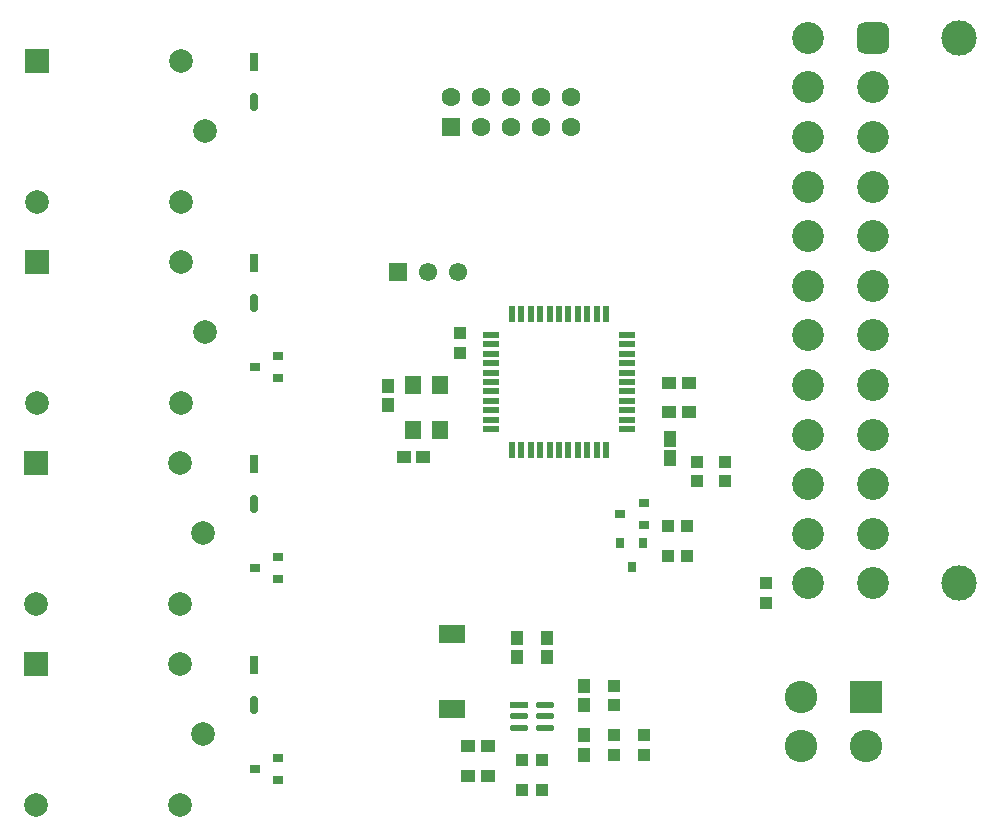
<source format=gbr>
%TF.GenerationSoftware,Altium Limited,Altium Designer,24.9.1 (31)*%
G04 Layer_Color=255*
%FSLAX45Y45*%
%MOMM*%
%TF.SameCoordinates,83ADD26A-4C95-4E02-96E4-27C39B5E4718*%
%TF.FilePolarity,Positive*%
%TF.FileFunction,Pads,Top*%
%TF.Part,Single*%
G01*
G75*
%TA.AperFunction,SMDPad,CuDef*%
%ADD10R,0.50800X1.47320*%
%ADD11R,1.47320X0.50800*%
%ADD12R,0.90000X0.80000*%
%ADD13R,1.15814X1.01213*%
%ADD14R,1.06213X1.13504*%
%ADD15R,1.13504X1.06213*%
%ADD16R,0.80000X0.90000*%
G04:AMPARAMS|DCode=17|XSize=1.55748mm|YSize=0.74248mm|CornerRadius=0.37124mm|HoleSize=0mm|Usage=FLASHONLY|Rotation=270.000|XOffset=0mm|YOffset=0mm|HoleType=Round|Shape=RoundedRectangle|*
%AMROUNDEDRECTD17*
21,1,1.55748,0.00000,0,0,270.0*
21,1,0.81501,0.74248,0,0,270.0*
1,1,0.74247,0.00000,-0.40750*
1,1,0.74247,0.00000,0.40750*
1,1,0.74247,0.00000,0.40750*
1,1,0.74247,0.00000,-0.40750*
%
%ADD17ROUNDEDRECTD17*%
%ADD18R,0.74248X1.55748*%
%ADD19R,1.40000X1.60000*%
%ADD20R,1.10620X1.35523*%
%ADD21R,2.20000X1.60000*%
%ADD22R,1.55439X0.57213*%
G04:AMPARAMS|DCode=23|XSize=1.55439mm|YSize=0.57213mm|CornerRadius=0.28606mm|HoleSize=0mm|Usage=FLASHONLY|Rotation=0.000|XOffset=0mm|YOffset=0mm|HoleType=Round|Shape=RoundedRectangle|*
%AMROUNDEDRECTD23*
21,1,1.55439,0.00000,0,0,0.0*
21,1,0.98226,0.57213,0,0,0.0*
1,1,0.57213,0.49113,0.00000*
1,1,0.57213,-0.49113,0.00000*
1,1,0.57213,-0.49113,0.00000*
1,1,0.57213,0.49113,0.00000*
%
%ADD23ROUNDEDRECTD23*%
%ADD24R,1.01213X1.15814*%
%TA.AperFunction,ComponentPad*%
%ADD31C,1.60000*%
%ADD32R,1.60000X1.60000*%
%ADD33C,2.00000*%
%ADD34R,2.00000X2.00000*%
%ADD35C,2.70000*%
G04:AMPARAMS|DCode=36|XSize=2.7mm|YSize=2.7mm|CornerRadius=0.675mm|HoleSize=0mm|Usage=FLASHONLY|Rotation=90.000|XOffset=0mm|YOffset=0mm|HoleType=Round|Shape=RoundedRectangle|*
%AMROUNDEDRECTD36*
21,1,2.70000,1.35000,0,0,90.0*
21,1,1.35000,2.70000,0,0,90.0*
1,1,1.35000,0.67500,0.67500*
1,1,1.35000,0.67500,-0.67500*
1,1,1.35000,-0.67500,-0.67500*
1,1,1.35000,-0.67500,0.67500*
%
%ADD36ROUNDEDRECTD36*%
%ADD37C,3.00000*%
%ADD38R,1.55000X1.55000*%
%ADD39C,1.55000*%
%ADD40R,2.75000X2.75000*%
%ADD41C,2.75000*%
D10*
X13863319Y8371840D02*
D03*
X13942059D02*
D03*
X13304520D02*
D03*
X13383260D02*
D03*
X13464540D02*
D03*
X13543280D02*
D03*
X13624561D02*
D03*
X13703300D02*
D03*
X13782040D02*
D03*
X14023340D02*
D03*
X14102080D02*
D03*
Y7223760D02*
D03*
X14023340D02*
D03*
X13942059D02*
D03*
X13863319D02*
D03*
X13782040D02*
D03*
X13703300D02*
D03*
X13624561D02*
D03*
X13543280D02*
D03*
X13464540D02*
D03*
X13383260D02*
D03*
X13304520D02*
D03*
D11*
X13129260Y7399020D02*
D03*
X14277341Y8196580D02*
D03*
Y8117840D02*
D03*
Y8036560D02*
D03*
Y7957820D02*
D03*
Y7876540D02*
D03*
Y7797800D02*
D03*
Y7719060D02*
D03*
Y7637780D02*
D03*
Y7559040D02*
D03*
Y7477760D02*
D03*
Y7399020D02*
D03*
X13129260Y7477760D02*
D03*
Y7559040D02*
D03*
Y7637780D02*
D03*
Y7719060D02*
D03*
Y7797800D02*
D03*
Y7876540D02*
D03*
Y7957820D02*
D03*
Y8036560D02*
D03*
Y8117840D02*
D03*
Y8196580D02*
D03*
D12*
X11326800Y7829799D02*
D03*
Y8019801D02*
D03*
X11126800Y7924800D02*
D03*
Y4521200D02*
D03*
X11326800Y4616201D02*
D03*
Y4426199D02*
D03*
X11126800Y6223000D02*
D03*
X11326800Y6318001D02*
D03*
Y6127999D02*
D03*
X14420000Y6584999D02*
D03*
Y6775001D02*
D03*
X14220000Y6680000D02*
D03*
D13*
X14801997Y7543800D02*
D03*
X14636603D02*
D03*
X14801997Y7785100D02*
D03*
X14636603D02*
D03*
X12554097Y7162800D02*
D03*
X12388703D02*
D03*
X13100197Y4457700D02*
D03*
X12934802D02*
D03*
X13100197Y4711700D02*
D03*
X12934802D02*
D03*
D14*
X15110001Y6958461D02*
D03*
Y7121539D02*
D03*
X14870000Y6960000D02*
D03*
Y7123079D02*
D03*
X15460001Y5928461D02*
D03*
Y6091539D02*
D03*
X14173199Y4805939D02*
D03*
Y4642861D02*
D03*
Y5061961D02*
D03*
Y5225039D02*
D03*
X12865100Y8209539D02*
D03*
Y8046461D02*
D03*
X14427200Y4805939D02*
D03*
Y4642861D02*
D03*
D15*
X14625061Y6324600D02*
D03*
X14788139D02*
D03*
X14625061Y6578600D02*
D03*
X14788139D02*
D03*
X13393161Y4597400D02*
D03*
X13556239D02*
D03*
Y4343400D02*
D03*
X13393161D02*
D03*
D16*
X14320000Y6230000D02*
D03*
X14225000Y6430000D02*
D03*
X14414999D02*
D03*
D17*
X11125200Y5062362D02*
D03*
Y6764162D02*
D03*
Y8465962D02*
D03*
Y10167762D02*
D03*
D18*
Y5402438D02*
D03*
Y7104238D02*
D03*
Y8806038D02*
D03*
Y10507838D02*
D03*
D19*
X12470699Y7391898D02*
D03*
Y7771902D02*
D03*
X12700701D02*
D03*
Y7391898D02*
D03*
D20*
X14643100Y7311146D02*
D03*
Y7156054D02*
D03*
D21*
X12801601Y5666699D02*
D03*
Y5026701D02*
D03*
D22*
X13364671Y5060701D02*
D03*
D23*
Y4965700D02*
D03*
Y4870699D02*
D03*
X13584727D02*
D03*
Y4965700D02*
D03*
Y5060701D02*
D03*
D24*
X13919200Y5060803D02*
D03*
Y5226197D02*
D03*
X12255500Y7766197D02*
D03*
Y7600803D02*
D03*
X13347701Y5467203D02*
D03*
Y5632597D02*
D03*
X13601700Y5467203D02*
D03*
Y5632597D02*
D03*
X13919200Y4641703D02*
D03*
Y4807097D02*
D03*
D31*
X13808000Y9960000D02*
D03*
X13553999D02*
D03*
X13300000D02*
D03*
X13046001D02*
D03*
X13808000Y10214000D02*
D03*
X13553999D02*
D03*
X13300000D02*
D03*
X13046001D02*
D03*
X12792000D02*
D03*
D32*
Y9960000D02*
D03*
D33*
X10693298Y6515100D02*
D03*
X10493299Y7115099D02*
D03*
Y5915101D02*
D03*
X9273301D02*
D03*
X10505999Y10518699D02*
D03*
Y9318701D02*
D03*
X9286001D02*
D03*
X10705998Y9918700D02*
D03*
X9273301Y4213301D02*
D03*
X10493299D02*
D03*
Y5413299D02*
D03*
X10693298Y4813300D02*
D03*
X9286001Y7616901D02*
D03*
X10505999D02*
D03*
Y8816899D02*
D03*
X10705998Y8216900D02*
D03*
D34*
X9273301Y7115099D02*
D03*
X9286001Y10518699D02*
D03*
X9273301Y5413299D02*
D03*
X9286001Y8816899D02*
D03*
D35*
X16361501Y6091499D02*
D03*
X15811501D02*
D03*
Y6511498D02*
D03*
Y6931503D02*
D03*
Y7351502D02*
D03*
Y7771501D02*
D03*
Y8191500D02*
D03*
Y8611499D02*
D03*
Y9031498D02*
D03*
Y9451503D02*
D03*
Y9871502D02*
D03*
Y10291501D02*
D03*
Y10711500D02*
D03*
X16361501Y6511498D02*
D03*
Y7351502D02*
D03*
Y9031498D02*
D03*
Y10291501D02*
D03*
Y9871502D02*
D03*
Y9451503D02*
D03*
Y8611499D02*
D03*
Y8191500D02*
D03*
Y7771501D02*
D03*
Y6931503D02*
D03*
D36*
Y10711500D02*
D03*
D37*
X17091502D02*
D03*
Y6091499D02*
D03*
D38*
X12344400Y8724900D02*
D03*
D39*
X12598400D02*
D03*
X12852400D02*
D03*
D40*
X16306799Y5131699D02*
D03*
D41*
X15756799D02*
D03*
X16306799Y4711700D02*
D03*
X15756799D02*
D03*
%TF.MD5,fff910b3cd73a9caa90ecfce977d8754*%
M02*

</source>
